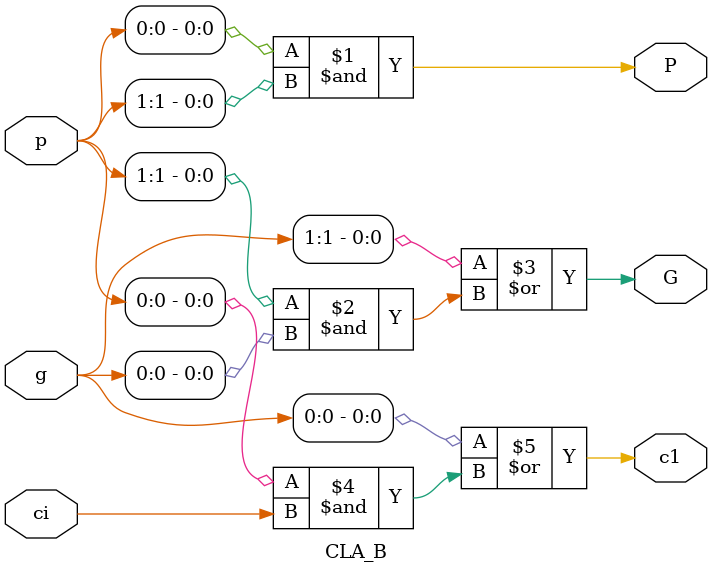
<source format=v>
module CLA_B(
    input [1:0] p,
    input [1:0] g,
    input 	ci,
    output 	P,
    output      G,
    output 	c1	
);

   assign P = p[0]&p[1];
   assign G = g[1]|(p[1]&g[0]);
   assign c1 = g[0]|(p[0]&ci);
   
   
endmodule

</source>
